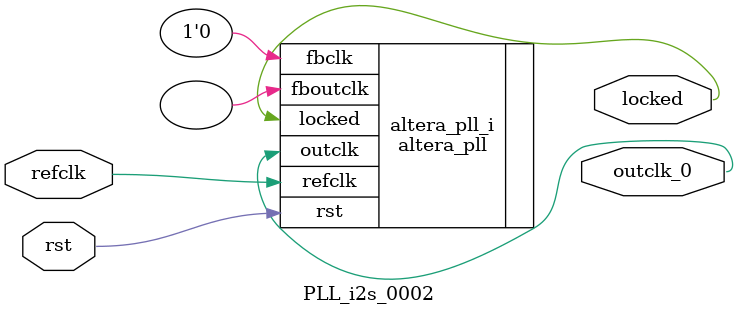
<source format=v>
`timescale 1ns/10ps
module  PLL_i2s_0002(

	// interface 'refclk'
	input wire refclk,

	// interface 'reset'
	input wire rst,

	// interface 'outclk0'
	output wire outclk_0,

	// interface 'locked'
	output wire locked
);

	altera_pll #(
		.fractional_vco_multiplier("false"),
		.reference_clock_frequency("50.0 MHz"),
		.operation_mode("direct"),
		.number_of_clocks(1),
		.output_clock_frequency0("1.411136 MHz"),
		.phase_shift0("0 ps"),
		.duty_cycle0(50),
		.output_clock_frequency1("0 MHz"),
		.phase_shift1("0 ps"),
		.duty_cycle1(50),
		.output_clock_frequency2("0 MHz"),
		.phase_shift2("0 ps"),
		.duty_cycle2(50),
		.output_clock_frequency3("0 MHz"),
		.phase_shift3("0 ps"),
		.duty_cycle3(50),
		.output_clock_frequency4("0 MHz"),
		.phase_shift4("0 ps"),
		.duty_cycle4(50),
		.output_clock_frequency5("0 MHz"),
		.phase_shift5("0 ps"),
		.duty_cycle5(50),
		.output_clock_frequency6("0 MHz"),
		.phase_shift6("0 ps"),
		.duty_cycle6(50),
		.output_clock_frequency7("0 MHz"),
		.phase_shift7("0 ps"),
		.duty_cycle7(50),
		.output_clock_frequency8("0 MHz"),
		.phase_shift8("0 ps"),
		.duty_cycle8(50),
		.output_clock_frequency9("0 MHz"),
		.phase_shift9("0 ps"),
		.duty_cycle9(50),
		.output_clock_frequency10("0 MHz"),
		.phase_shift10("0 ps"),
		.duty_cycle10(50),
		.output_clock_frequency11("0 MHz"),
		.phase_shift11("0 ps"),
		.duty_cycle11(50),
		.output_clock_frequency12("0 MHz"),
		.phase_shift12("0 ps"),
		.duty_cycle12(50),
		.output_clock_frequency13("0 MHz"),
		.phase_shift13("0 ps"),
		.duty_cycle13(50),
		.output_clock_frequency14("0 MHz"),
		.phase_shift14("0 ps"),
		.duty_cycle14(50),
		.output_clock_frequency15("0 MHz"),
		.phase_shift15("0 ps"),
		.duty_cycle15(50),
		.output_clock_frequency16("0 MHz"),
		.phase_shift16("0 ps"),
		.duty_cycle16(50),
		.output_clock_frequency17("0 MHz"),
		.phase_shift17("0 ps"),
		.duty_cycle17(50),
		.pll_type("General"),
		.pll_subtype("General")
	) altera_pll_i (
		.rst	(rst),
		.outclk	({outclk_0}),
		.locked	(locked),
		.fboutclk	( ),
		.fbclk	(1'b0),
		.refclk	(refclk)
	);
endmodule


</source>
